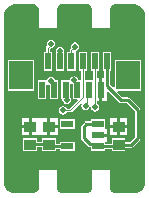
<source format=gtl>
G04*
G04 #@! TF.GenerationSoftware,Altium Limited,Altium Designer,22.8.2 (66)*
G04*
G04 Layer_Physical_Order=1*
G04 Layer_Color=255*
%FSLAX44Y44*%
%MOMM*%
G71*
G04*
G04 #@! TF.SameCoordinates,E53D1342-04FB-46C4-8B8E-3003C50B0CB2*
G04*
G04*
G04 #@! TF.FilePolarity,Positive*
G04*
G01*
G75*
%ADD11C,0.2540*%
%ADD13R,0.9800X0.9300*%
%ADD14R,1.0000X0.6000*%
%ADD15R,0.5000X1.4000*%
%ADD16R,2.0000X2.4000*%
%ADD21C,0.1016*%
%ADD22C,0.5000*%
G36*
X155664Y200142D02*
X155664Y200142D01*
X156912Y200090D01*
X158581Y199758D01*
X160401Y199004D01*
X162039Y197910D01*
X163431Y196517D01*
X164526Y194879D01*
X165280Y193059D01*
X165664Y191127D01*
Y190142D01*
X165664Y50142D01*
Y49157D01*
X165280Y47225D01*
X164526Y45405D01*
X163431Y43767D01*
X162039Y42375D01*
X160401Y41280D01*
X158581Y40526D01*
X156649Y40142D01*
X139669Y40142D01*
X137832Y40903D01*
X136425Y42310D01*
X135664Y44147D01*
Y60142D01*
X120664D01*
X120664Y45142D01*
X120664Y45142D01*
X120664Y44147D01*
X119903Y42310D01*
X118496Y40903D01*
X116658Y40142D01*
X95664Y40142D01*
X94669Y40142D01*
X92832Y40903D01*
X91425Y42310D01*
X90664Y44147D01*
Y60142D01*
X75664D01*
Y45142D01*
X75664Y45142D01*
X75664Y44147D01*
X74903Y42310D01*
X73496Y40903D01*
X71659Y40142D01*
X54679D01*
X52747Y40526D01*
X50927Y41280D01*
X49289Y42375D01*
X47896Y43767D01*
X46802Y45405D01*
X46048Y47225D01*
X45664Y49157D01*
X45664Y50142D01*
X45664Y190142D01*
Y191127D01*
X46048Y193059D01*
X46802Y194879D01*
X47896Y196517D01*
X49289Y197910D01*
X50927Y199004D01*
X52747Y199758D01*
X54679Y200142D01*
X71659D01*
X73496Y199381D01*
X74903Y197974D01*
X75664Y196136D01*
Y180142D01*
X90664D01*
X90664Y196136D01*
X91425Y197974D01*
X92832Y199381D01*
X94670Y200142D01*
X115664D01*
X115664Y200142D01*
X115664Y200142D01*
X115665D01*
X116835Y200069D01*
X118496Y199381D01*
X119903Y197974D01*
X120664Y196136D01*
X120664Y180142D01*
X135664D01*
Y196136D01*
X136425Y197974D01*
X137832Y199381D01*
X139669Y200142D01*
X155664D01*
X155664Y200142D01*
D02*
G37*
%LPC*%
G36*
X106172Y167907D02*
X104806Y167635D01*
X103649Y166861D01*
X102875Y165704D01*
X102603Y164338D01*
X102812Y163287D01*
X102010Y162484D01*
X101532Y161330D01*
Y159893D01*
X99664D01*
Y143893D01*
X106664D01*
Y159893D01*
X107146Y160963D01*
X107538Y161041D01*
X108695Y161815D01*
X109469Y162972D01*
X109741Y164338D01*
X109469Y165704D01*
X108695Y166861D01*
X107538Y167635D01*
X106172Y167907D01*
D02*
G37*
G36*
X93218Y164351D02*
X91852Y164079D01*
X90695Y163305D01*
X89921Y162148D01*
X89720Y161140D01*
X89649Y160782D01*
X89664Y159893D01*
X89664D01*
Y143893D01*
X96664D01*
Y159893D01*
X96664D01*
X96787Y160782D01*
X96718Y161125D01*
X96515Y162148D01*
X95741Y163305D01*
X94584Y164079D01*
X93218Y164351D01*
D02*
G37*
G36*
X85598Y170193D02*
X84232Y169921D01*
X83075Y169147D01*
X82301Y167990D01*
X82029Y166624D01*
X82301Y165258D01*
X82480Y164991D01*
X82010Y164521D01*
X81532Y163367D01*
Y159893D01*
X79664D01*
Y143893D01*
X86664D01*
Y159893D01*
X84796D01*
Y162009D01*
X85598Y163055D01*
X86964Y163327D01*
X88121Y164101D01*
X88895Y165258D01*
X89167Y166624D01*
X88895Y167990D01*
X88121Y169147D01*
X86964Y169921D01*
X85598Y170193D01*
D02*
G37*
G36*
X126664Y159893D02*
X119664D01*
Y143893D01*
X121558D01*
Y135892D01*
X114796D01*
Y143893D01*
X116664D01*
Y159893D01*
X109664D01*
Y143893D01*
X111532D01*
Y135892D01*
X108928D01*
X108707Y137002D01*
X107933Y138159D01*
X106776Y138933D01*
X105410Y139205D01*
X104044Y138933D01*
X102887Y138159D01*
X102113Y137002D01*
X102108Y136979D01*
X101665Y135892D01*
X100597Y135892D01*
X94665D01*
Y119892D01*
X95071D01*
X95491Y119380D01*
X95763Y118014D01*
X96537Y116857D01*
X97694Y116083D01*
X99060Y115811D01*
X100426Y116083D01*
X101583Y116857D01*
X102357Y118014D01*
X102629Y119380D01*
X102357Y120746D01*
X101665Y121781D01*
Y132654D01*
X102648Y133023D01*
X102935Y133080D01*
X104044Y132339D01*
X104665Y132215D01*
Y119892D01*
X107830D01*
X108316Y118719D01*
X101466Y111868D01*
X99131D01*
X98535Y112759D01*
X97378Y113533D01*
X96012Y113805D01*
X94646Y113533D01*
X93489Y112759D01*
X92715Y111602D01*
X92443Y110236D01*
X92715Y108870D01*
X93489Y107713D01*
X94646Y106939D01*
X96012Y106667D01*
X97378Y106939D01*
X98535Y107713D01*
X99131Y108604D01*
X102142D01*
X103296Y109082D01*
X110950Y116736D01*
X111126Y116742D01*
X111821Y115495D01*
X111765Y115412D01*
X111493Y114046D01*
X111765Y112680D01*
X112539Y111523D01*
X113696Y110749D01*
X115062Y110477D01*
X116428Y110749D01*
X117585Y111523D01*
X118359Y112680D01*
X118392Y112844D01*
X118402Y112894D01*
X119621Y112776D01*
X119642Y112672D01*
X119893Y111410D01*
X120667Y110253D01*
X121824Y109479D01*
X123190Y109207D01*
X124556Y109479D01*
X125713Y110253D01*
X126487Y111410D01*
X126759Y112776D01*
X126487Y114142D01*
X125713Y115299D01*
X124822Y115895D01*
Y118352D01*
X126893D01*
Y127892D01*
Y137432D01*
X124822D01*
Y143893D01*
X126664D01*
Y159893D01*
D02*
G37*
G36*
X71667Y152891D02*
X49668D01*
Y126891D01*
X71667D01*
Y152891D01*
D02*
G37*
G36*
X85598Y138443D02*
X84232Y138171D01*
X83075Y137397D01*
X82602Y136691D01*
X81950Y136136D01*
X81122Y135892D01*
X80937Y135892D01*
X74663D01*
Y119892D01*
X81663D01*
Y132177D01*
X82933Y132563D01*
X83075Y132351D01*
X84232Y131577D01*
X84663Y131491D01*
Y119892D01*
X91663D01*
Y135892D01*
X88964D01*
X88895Y136240D01*
X88121Y137397D01*
X86964Y138171D01*
X85598Y138443D01*
D02*
G37*
G36*
X150442Y103790D02*
X144272D01*
Y97870D01*
X150442D01*
Y103790D01*
D02*
G37*
G36*
X85344D02*
Y97870D01*
X91514D01*
Y103790D01*
X85344D01*
D02*
G37*
G36*
X141732D02*
X135562D01*
Y97870D01*
X141732D01*
Y103790D01*
D02*
G37*
G36*
X67056D02*
X60886D01*
Y97870D01*
X67056D01*
Y103790D01*
D02*
G37*
G36*
X105775Y102908D02*
X93775D01*
Y94908D01*
X105775D01*
Y102908D01*
D02*
G37*
G36*
X150442Y95330D02*
X144272D01*
Y89410D01*
X150442D01*
Y95330D01*
D02*
G37*
G36*
X141732D02*
X135562D01*
Y89410D01*
X141732D01*
Y95330D01*
D02*
G37*
G36*
X91514D02*
X85344D01*
Y89410D01*
X91514D01*
Y95330D01*
D02*
G37*
G36*
X67056D02*
X60886D01*
Y89410D01*
X67056D01*
Y95330D01*
D02*
G37*
G36*
X75766Y103790D02*
X75364Y103790D01*
X69596D01*
Y96600D01*
Y89410D01*
X75364D01*
X76634Y89410D01*
X77036Y89410D01*
X82804D01*
Y96600D01*
Y103790D01*
X77036D01*
X75766Y103790D01*
D02*
G37*
G36*
X89974Y86850D02*
X78174D01*
Y83928D01*
X74226D01*
Y86850D01*
X62426D01*
Y75550D01*
X74226D01*
Y79300D01*
X78174D01*
Y75550D01*
X89974D01*
Y77594D01*
X93775D01*
Y75908D01*
X105775D01*
Y83908D01*
X93775D01*
Y82223D01*
X89974D01*
Y86850D01*
D02*
G37*
G36*
X136664Y159893D02*
X129664D01*
Y143893D01*
X130850D01*
Y137432D01*
X129433D01*
Y127892D01*
Y118352D01*
X133203D01*
Y126336D01*
X134376Y126822D01*
X143750Y117448D01*
X144501Y116946D01*
X145387Y116770D01*
X149995D01*
X156944Y109821D01*
Y87827D01*
X152631Y83514D01*
X148902D01*
Y86850D01*
X137102D01*
Y82223D01*
X131777D01*
Y83868D01*
X133317D01*
Y88138D01*
X125777D01*
Y90678D01*
X133317D01*
Y94948D01*
X131777D01*
Y102908D01*
X119777D01*
Y101222D01*
X115890D01*
X115004Y101046D01*
X114253Y100544D01*
X111901Y98193D01*
X111400Y97442D01*
X111223Y96556D01*
Y86614D01*
X111400Y85728D01*
X111901Y84977D01*
X116877Y80002D01*
X117628Y79500D01*
X118514Y79324D01*
X119777D01*
Y75908D01*
X131777D01*
Y77594D01*
X137102D01*
Y75550D01*
X148902D01*
Y78885D01*
X153590D01*
X154476Y79062D01*
X155227Y79563D01*
X160895Y85231D01*
X161396Y85982D01*
X161572Y86868D01*
Y110780D01*
X161396Y111666D01*
X160895Y112417D01*
X152590Y120721D01*
X151840Y121223D01*
X150954Y121399D01*
X146345D01*
X142026Y125718D01*
X142512Y126891D01*
X161665D01*
Y152891D01*
X139665D01*
Y129739D01*
X138491Y129253D01*
X135479Y132266D01*
Y143893D01*
X136664D01*
Y159893D01*
D02*
G37*
%LPD*%
D11*
X84074Y79908D02*
X99775D01*
X159258Y86868D02*
Y110780D01*
X153590Y81200D02*
X159258Y86868D01*
X143002Y81200D02*
X153590D01*
X133164Y131307D02*
X145387Y119084D01*
X133164Y131307D02*
Y151893D01*
X150954Y119084D02*
X159258Y110780D01*
X145387Y119084D02*
X150954D01*
X115890Y98908D02*
X125777D01*
X113538Y96556D02*
X115890Y98908D01*
X113538Y86614D02*
Y96556D01*
Y86614D02*
X118514Y81638D01*
X124047D01*
X125777Y79908D01*
X141710D02*
X143002Y81200D01*
X125777Y79908D02*
X141710D01*
X83660Y81614D02*
X84074Y81200D01*
X69342Y81614D02*
X83660D01*
X69342D02*
X70510Y82782D01*
D13*
X68326Y96600D02*
D03*
Y81200D02*
D03*
X143002Y96600D02*
D03*
Y81200D02*
D03*
X84074Y96600D02*
D03*
Y81200D02*
D03*
D14*
X99775Y79908D02*
D03*
Y98908D02*
D03*
X125777D02*
D03*
Y89408D02*
D03*
Y79908D02*
D03*
D15*
X78163Y127892D02*
D03*
X83164Y151893D02*
D03*
X88163Y127892D02*
D03*
X93164Y151893D02*
D03*
X98166Y127892D02*
D03*
X103164Y151893D02*
D03*
X108165Y127892D02*
D03*
X113164Y151893D02*
D03*
X118163Y127892D02*
D03*
X123164Y151893D02*
D03*
X128163Y127892D02*
D03*
X133164Y151893D02*
D03*
D16*
X60667Y139891D02*
D03*
X150665D02*
D03*
D21*
X98166Y127892D02*
X99060Y126998D01*
Y119380D02*
Y126998D01*
X103164Y151893D02*
Y161330D01*
X106172Y164338D01*
X83164Y151893D02*
Y163367D01*
X85598Y165801D01*
Y166624D01*
X93218Y151947D02*
Y160782D01*
X93164Y151893D02*
X93218Y151947D01*
X85598Y134874D02*
X88163Y132309D01*
Y127892D02*
Y132309D01*
X102142Y110236D02*
X113164Y121258D01*
X96012Y110236D02*
X102142D01*
X116171Y116233D02*
Y125900D01*
X115062Y115124D02*
X116171Y116233D01*
X115062Y114046D02*
Y115124D01*
X113164Y121258D02*
Y151893D01*
X123190Y112776D02*
Y151867D01*
X123164Y151893D02*
X123190Y151867D01*
X116171Y125900D02*
X118163Y127892D01*
X108165D02*
Y132881D01*
X105410Y135636D02*
X108165Y132881D01*
D22*
X53340Y91694D02*
D03*
X153416Y190500D02*
D03*
X54610Y184404D02*
D03*
X69850Y163830D02*
D03*
X106426Y189230D02*
D03*
X130810Y172720D02*
D03*
X154686Y166116D02*
D03*
X149860Y66802D02*
D03*
X101092Y67056D02*
D03*
X54102Y66294D02*
D03*
X54356Y119380D02*
D03*
X85089Y113713D02*
D03*
X158242Y120650D02*
D03*
X148336Y109982D02*
D03*
X69342Y81614D02*
D03*
X99060Y119380D02*
D03*
X106172Y164338D02*
D03*
X85598Y166624D02*
D03*
X93218Y160782D02*
D03*
X85598Y134874D02*
D03*
X115062Y114046D02*
D03*
X123190Y112776D02*
D03*
X105410Y135636D02*
D03*
X96012Y110236D02*
D03*
M02*

</source>
